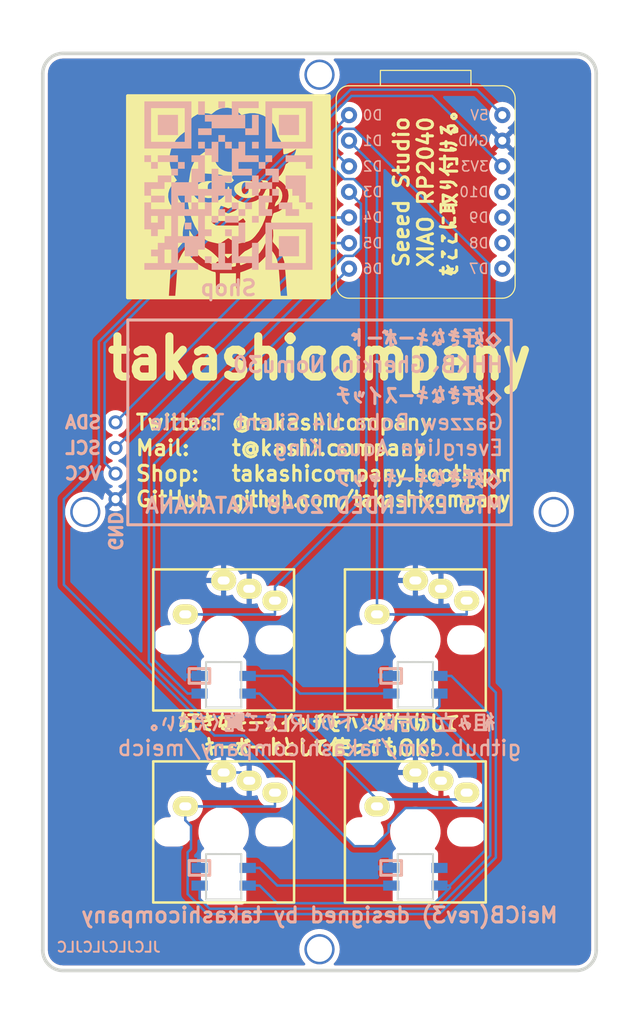
<source format=kicad_pcb>
(kicad_pcb (version 20211014) (generator pcbnew)
  (layers (0 "F.Cu" signal) (31 "B.Cu" signal) (34 "B.Paste" user) (35 "F.Paste" user) (36 "B.SilkS" user "B.Silkscreen") (37 "F.SilkS" user "F.Silkscreen") (38 "B.Mask" user) (39 "F.Mask" user) (44 "Edge.Cuts" user))
  (net 0 "")
  (net 1 "Net-(LED1-Pad2)")
  (net 2 "+5V")
  (net 3 "led")
  (net 4 "GND")
  (net 5 "Net-(LED2-Pad2)")
  (net 6 "Net-(LED3-Pad2)")
  (net 8 "SW1_IN")
  (net 10 "SW2_IN")
  (net 12 "SW3_IN")
  (net 14 "SW4_IN")
  (net 16 "SDA")
  (net 17 "SCL")
  (net 18 "+3V3")
  (footprint "takashicompany:CherryMX-MidHeight-Choc_TH_Biased" (layer "F.Cu") (at -9.525 12.7)
    (fp_text reference "SW1")
    (fp_text value "SW_Push" hide)
    (pad "" np_thru_hole circle (at 0 0 90) (size 4 4) (drill 4) (layers *.Cu *.Mask))
    (pad "" np_thru_hole oval (at -5.08 0) (size 2.85 1.9) (drill oval 2.85 1.9) (layers *.Cu *.Mask))
    (pad "" np_thru_hole oval (at 5.08 0 180) (size 2.85 1.9) (drill oval 2.85 1.9) (layers *.Cu *.Mask))
    (pad "1" thru_hole oval (at 5.1 -3.9 180) (size 2.5 2) (drill oval 1.2 0.8) (layers *.Cu "F.SilkS" "B.Mask") (net 8 "SW1_IN"))
    (pad "1" thru_hole oval (at -3.81 -2.54) (size 2.5 2) (drill oval 1.2 0.8) (layers *.Cu "F.SilkS" "B.Mask") (net 8 "SW1_IN"))
    (pad "2" thru_hole oval (at 2.54 -5.08) (size 2.5 2) (drill oval 1.2 0.8) (layers *.Cu "F.SilkS" "B.Mask") (net 4 "GND"))
    (pad "2" thru_hole oval (at 0 -5.9 180) (size 2.5 2) (drill oval 1.2 0.8) (layers *.Cu "F.SilkS" "B.Mask") (net 4 "GND"))
  )
  (footprint "takashicompany:CherryMX-MidHeight-Choc_TH_Biased" (layer "F.Cu") (at -9.525 31.75)
    (fp_text reference "SW3")
    (fp_text value "SW_Push" hide)
    (pad "" np_thru_hole oval (at -5.08 0) (size 2.85 1.9) (drill oval 2.85 1.9) (layers *.Cu *.Mask))
    (pad "" np_thru_hole circle (at 0 0 90) (size 4 4) (drill 4) (layers *.Cu *.Mask))
    (pad "" np_thru_hole oval (at 5.08 0 180) (size 2.85 1.9) (drill oval 2.85 1.9) (layers *.Cu *.Mask))
    (pad "1" thru_hole oval (at -3.81 -2.54) (size 2.5 2) (drill oval 1.2 0.8) (layers *.Cu "F.SilkS" "B.Mask") (net 12 "SW3_IN"))
    (pad "1" thru_hole oval (at 5.1 -3.9 180) (size 2.5 2) (drill oval 1.2 0.8) (layers *.Cu "F.SilkS" "B.Mask") (net 12 "SW3_IN"))
    (pad "2" thru_hole oval (at 0 -5.9 180) (size 2.5 2) (drill oval 1.2 0.8) (layers *.Cu "F.SilkS" "B.Mask") (net 4 "GND"))
    (pad "2" thru_hole oval (at 2.54 -5.08) (size 2.5 2) (drill oval 1.2 0.8) (layers *.Cu "F.SilkS" "B.Mask") (net 4 "GND"))
  )
  (footprint "takashicompany:SK6812MINI_bg" (layer "F.Cu") (at -9.525 36.195)
    (fp_text reference "LED3" hide)
    (fp_text value "SK6812MINI-E" hide)
    (fp_curve (pts (xy -1.75 -2.25) (xy -1.75 2.25) (xy -1.75 2.25) (xy -1.75 2.25)) (layer "Edge.Cuts") (width 0.2))
    (fp_curve (pts (xy -1.75 -2.25) (xy 1.75 -2.25) (xy 1.75 -2.25) (xy 1.75 -2.25)) (layer "Edge.Cuts") (width 0.2))
    (fp_curve (pts (xy 1.75 -2.25) (xy 1.75 2.25) (xy 1.75 2.25) (xy 1.75 2.25)) (layer "Edge.Cuts") (width 0.2))
    (fp_curve (pts (xy -1.75 2.25) (xy 1.75 2.25) (xy 1.75 2.25) (xy 1.75 2.25)) (layer "Edge.Cuts") (width 0.2))
    (pad "1" smd rect locked (at 2.4 0.875 180) (size 1.6 1) (layers "B.Cu" "B.Paste" "B.Mask") (net 2 "+5V"))
    (pad "2" smd rect locked (at 2.4 -0.875 180) (size 1.6 1) (layers "B.Cu" "B.Paste" "B.Mask") (net 6 "Net-(LED3-Pad2)"))
    (pad "3" smd rect locked (at -2.4 -0.875 180) (size 1.6 1) (layers "B.Cu" "B.Paste" "B.Mask") (net 4 "GND"))
    (pad "4" smd rect locked (at -2.4 0.875 180) (size 1.6 1) (layers "B.Cu" "B.Paste" "B.Mask") (net 5 "Net-(LED2-Pad2)"))
  )
  (footprint "kbd:OLED_v2" (layer "F.Cu") (at -20.27 -5.08 -90)
    (fp_text reference "OL1")
    (fp_text value "OLED" hide)
    (pad "1" thru_hole circle locked (at -3.81 0 270) (size 1.397 1.397) (drill 0.8128) (layers *.Cu *.Mask) (net 16 "SDA"))
    (pad "2" thru_hole circle locked (at -1.27 0 270) (size 1.397 1.397) (drill 0.8128) (layers *.Cu *.Mask) (net 17 "SCL"))
    (pad "3" thru_hole circle locked (at 1.27 0 270) (size 1.397 1.397) (drill 0.8128) (layers *.Cu *.Mask) (net 18 "+3V3"))
    (pad "4" thru_hole circle locked (at 3.81 0 270) (size 1.397 1.397) (drill 0.8128) (layers *.Cu *.Mask) (net 4 "GND"))
  )
  (footprint "others:icon" (layer "F.Cu") (at -9.05 -31.275)
    (fp_text reference "Icon" hide)
    (fp_text value "LOGO" hide)
  )
  (footprint "takashicompany:SK6812MINI_bg" (layer "F.Cu") (at 9.525 36.195)
    (fp_text reference "LED4" hide)
    (fp_text value "SK6812MINI-E" hide)
    (fp_curve (pts (xy 1.75 -2.25) (xy 1.75 2.25) (xy 1.75 2.25) (xy 1.75 2.25)) (layer "Edge.Cuts") (width 0.2))
    (fp_curve (pts (xy -1.75 2.25) (xy 1.75 2.25) (xy 1.75 2.25) (xy 1.75 2.25)) (layer "Edge.Cuts") (width 0.2))
    (fp_curve (pts (xy -1.75 -2.25) (xy 1.75 -2.25) (xy 1.75 -2.25) (xy 1.75 -2.25)) (layer "Edge.Cuts") (width 0.2))
    (fp_curve (pts (xy -1.75 -2.25) (xy -1.75 2.25) (xy -1.75 2.25) (xy -1.75 2.25)) (layer "Edge.Cuts") (width 0.2))
    (pad "1" smd rect locked (at 2.4 0.875 180) (size 1.6 1) (layers "B.Cu" "B.Paste" "B.Mask") (net 2 "+5V"))
    (pad "2" smd rect locked (at 2.4 -0.875 180) (size 1.6 1) (layers "B.Cu" "B.Paste" "B.Mask"))
    (pad "3" smd rect locked (at -2.4 -0.875 180) (size 1.6 1) (layers "B.Cu" "B.Paste" "B.Mask") (net 4 "GND"))
    (pad "4" smd rect locked (at -2.4 0.875 180) (size 1.6 1) (layers "B.Cu" "B.Paste" "B.Mask") (net 6 "Net-(LED3-Pad2)"))
  )
  (footprint "takashicompany:SK6812MINI_bg" (layer "F.Cu") (at 9.525 17.145)
    (fp_text reference "LED2" hide)
    (fp_text value "SK6812MINI-E" hide)
    (fp_curve (pts (xy -1.75 2.25) (xy 1.75 2.25) (xy 1.75 2.25) (xy 1.75 2.25)) (layer "Edge.Cuts") (width 0.2))
    (fp_curve (pts (xy -1.75 -2.25) (xy 1.75 -2.25) (xy 1.75 -2.25) (xy 1.75 -2.25)) (layer "Edge.Cuts") (width 0.2))
    (fp_curve (pts (xy -1.75 -2.25) (xy -1.75 2.25) (xy -1.75 2.25) (xy -1.75 2.25)) (layer "Edge.Cuts") (width 0.2))
    (fp_curve (pts (xy 1.75 -2.25) (xy 1.75 2.25) (xy 1.75 2.25) (xy 1.75 2.25)) (layer "Edge.Cuts") (width 0.2))
    (pad "1" smd rect locked (at 2.4 0.875 180) (size 1.6 1) (layers "B.Cu" "B.Paste" "B.Mask") (net 2 "+5V"))
    (pad "2" smd rect locked (at 2.4 -0.875 180) (size 1.6 1) (layers "B.Cu" "B.Paste" "B.Mask") (net 5 "Net-(LED2-Pad2)"))
    (pad "3" smd rect locked (at -2.4 -0.875 180) (size 1.6 1) (layers "B.Cu" "B.Paste" "B.Mask") (net 4 "GND"))
    (pad "4" smd rect locked (at -2.4 0.875 180) (size 1.6 1) (layers "B.Cu" "B.Paste" "B.Mask") (net 1 "Net-(LED1-Pad2)"))
  )
  (footprint "takashicompany:CherryMX-MidHeight-Choc_TH_Biased" (layer "F.Cu") (at 9.525 31.75)
    (fp_text reference "SW4")
    (fp_text value "SW_Push" hide)
    (pad "" np_thru_hole circle (at 0 0 90) (size 4 4) (drill 4) (layers *.Cu *.Mask))
    (pad "" np_thru_hole oval (at 5.08 0 180) (size 2.85 1.9) (drill oval 2.85 1.9) (layers *.Cu *.Mask))
    (pad "" np_thru_hole oval (at -5.08 0) (size 2.85 1.9) (drill oval 2.85 1.9) (layers *.Cu *.Mask))
    (pad "1" thru_hole oval (at 5.1 -3.9 180) (size 2.5 2) (drill oval 1.2 0.8) (layers *.Cu "F.SilkS" "B.Mask") (net 14 "SW4_IN"))
    (pad "1" thru_hole oval (at -3.81 -2.54) (size 2.5 2) (drill oval 1.2 0.8) (layers *.Cu "F.SilkS" "B.Mask") (net 14 "SW4_IN"))
    (pad "2" thru_hole oval (at 0 -5.9 180) (size 2.5 2) (drill oval 1.2 0.8) (layers *.Cu "F.SilkS" "B.Mask") (net 4 "GND"))
    (pad "2" thru_hole oval (at 2.54 -5.08) (size 2.5 2) (drill oval 1.2 0.8) (layers *.Cu "F.SilkS" "B.Mask") (net 4 "GND"))
  )
  (footprint "takashicompany:CherryMX-MidHeight-Choc_TH_Biased" (layer "F.Cu") (at 9.525 12.7)
    (fp_text reference "SW2")
    (fp_text value "SW_Push" hide)
    (pad "" np_thru_hole circle (at 0 0 90) (size 4 4) (drill 4) (layers *.Cu *.Mask))
    (pad "" np_thru_hole oval (at -5.08 0) (size 2.85 1.9) (drill oval 2.85 1.9) (layers *.Cu *.Mask))
    (pad "" np_thru_hole oval (at 5.08 0 180) (size 2.85 1.9) (drill oval 2.85 1.9) (layers *.Cu *.Mask))
    (pad "1" thru_hole oval (at -3.81 -2.54) (size 2.5 2) (drill oval 1.2 0.8) (layers *.Cu "F.SilkS" "B.Mask") (net 10 "SW2_IN"))
    (pad "1" thru_hole oval (at 5.1 -3.9 180) (size 2.5 2) (drill oval 1.2 0.8) (layers *.Cu "F.SilkS" "B.Mask") (net 10 "SW2_IN"))
    (pad "2" thru_hole oval (at 2.54 -5.08) (size 2.5 2) (drill oval 1.2 0.8) (layers *.Cu "F.SilkS" "B.Mask") (net 4 "GND"))
    (pad "2" thru_hole oval (at 0 -5.9 180) (size 2.5 2) (drill oval 1.2 0.8) (layers *.Cu "F.SilkS" "B.Mask") (net 4 "GND"))
  )
  (footprint "seeed-xiao-rp2040:XIAO-RP2040-inside-only" (layer "F.Cu") (at 10.55 -31.75)
    (fp_text reference "M1" hide)
    (fp_text value "XIAO-RP2040" hide)
    (fp_text user "D3" (at -6.35 0 unlocked) (layer "B.SilkS") (effects (justify right mirror)))
    (fp_text user "D4" (at -6.35 2.54 unlocked) (layer "B.SilkS") (effects (justify right mirror)))
    (fp_text user "D7" (at 6.35 7.62 unlocked) (layer "B.SilkS") (effects (justify left mirror)))
    (fp_text user "5V" (at 6.35 -7.62 unlocked) (layer "B.SilkS") (effects (justify left mirror)))
    (fp_text user "GND" (at 6.35 -5.08 unlocked) (layer "B.SilkS") (effects (justify left mirror)))
    (fp_text user "D9" (at 6.35 2.54 unlocked) (layer "B.SilkS") (effects (justify left mirror)))
    (fp_text user "D8" (at 6.35 5.08 unlocked) (layer "B.SilkS") (effects (justify left mirror)))
    (fp_text user "D5" (at -6.35 5.08 unlocked) (layer "B.SilkS") (effects (justify right mirror)))
    (fp_text user "D2" (at -6.35 -2.54 unlocked) (layer "B.SilkS") (effects (justify right mirror)))
    (fp_text user "D10" (at 6.35 0 unlocked) (layer "B.SilkS") (effects (justify left mirror)))
    (fp_text user "D1" (at -6.35 -5.08 unlocked) (layer "B.SilkS") (effects (justify right mirror)))
    (fp_text user "3V3" (at 6.35 -2.54 unlocked) (layer "B.SilkS") (effects (justify left mirror)))
    (fp_text user "D0" (at -6.35 -7.62 unlocked) (layer "B.SilkS") (effects (justify right mirror)))
    (fp_text user "D6" (at -6.35 7.62 unlocked) (layer "B.SilkS") (effects (justify right mirror)))
    (pad "1" thru_hole circle (at -7.6175 -7.63) (size 1.6 1.6) (drill 0.8) (layers *.Cu *.Mask) (net 8 "SW1_IN"))
    (pad "2" thru_hole circle (at -7.6175 -5.09) (size 1.6 1.6) (drill 0.8) (layers *.Cu *.Mask) (net 10 "SW2_IN"))
    (pad "3" thru_hole circle (at -7.6175 -2.55) (size 1.6 1.6) (drill 0.8) (layers *.Cu *.Mask) (net 12 "SW3_IN"))
    (pad "4" thru_hole circle (at -7.6175 -0.01) (size 1.6 1.6) (drill 0.8) (layers *.Cu *.Mask) (net 14 "SW4_IN"))
    (pad "5" thru_hole circle (at -7.6175 2.53) (size 1.6 1.6) (drill 0.8) (layers *.Cu *.Mask) (net 16 "SDA"))
    (pad "6" thru_hole circle (at -7.6175 5.07) (size 1.6 1.6) (drill 0.8) (layers *.Cu *.Mask) (net 17 "SCL"))
    (pad "7" thru_hole circle (at -7.6175 7.61) (size 1.6 1.6) (drill 0.8) (layers *.Cu *.Mask) (net 3 "led"))
    (pad "8" thru_hole circle (at 7.6175 7.61) (size 1.6 1.6) (drill 0.8) (layers *.Cu *.Mask))
    (pad "9" thru_hole circle (at 7.6175 5.07) (size 1.6 1.6) (drill 0.8) (layers *.Cu *.Mask))
    (pad "10" thru_hole circle (at 7.6175 2.53) (size 1.6 1.6) (drill 0.8) (layers *.Cu *.Mask))
    (pad "11" thru_hole circle (at 7.6175 -0.01) (size 1.6 1.6) (drill 0.8) (layers *.Cu *.Mask))
    (pad "12" thru_hole circle (at 7.6175 -2.55) (size 1.6 1.6) (drill 0.8) (layers *.Cu *.Mask) (net 18 "+3V3"))
    (pad "13" thru_hole circle (at 7.6175 -5.09) (size 1.6 1.6) (drill 0.8) (layers *.Cu *.Mask) (net 4 "GND"))
    (pad "14" thru_hole circle (at 7.6175 -7.63) (size 1.6 1.6) (drill 0.8) (layers *.Cu *.Mask) (net 2 "+5V"))
  )
  (footprint "takashicompany:SK6812MINI_bg" (layer "F.Cu") (at -9.525 17.145)
    (fp_text reference "LED1" hide)
    (fp_text value "SK6812MINI-E" hide)
    (fp_curve (pts (xy -1.75 2.25) (xy 1.75 2.25) (xy 1.75 2.25) (xy 1.75 2.25)) (layer "Edge.Cuts") (width 0.2))
    (fp_curve (pts (xy 1.75 -2.25) (xy 1.75 2.25) (xy 1.75 2.25) (xy 1.75 2.25)) (layer "Edge.Cuts") (width 0.2))
    (fp_curve (pts (xy -1.75 -2.25) (xy -1.75 2.25) (xy -1.75 2.25) (xy -1.75 2.25)) (layer "Edge.Cuts") (width 0.2))
    (fp_curve (pts (xy -1.75 -2.25) (xy 1.75 -2.25) (xy 1.75 -2.25) (xy 1.75 -2.25)) (layer "Edge.Cuts") (width 0.2))
    (pad "1" smd rect locked (at 2.4 0.875 180) (size 1.6 1) (layers "B.Cu" "B.Paste" "B.Mask") (net 2 "+5V"))
    (pad "2" smd rect locked (at 2.4 -0.875 180) (size 1.6 1) (layers "B.Cu" "B.Paste" "B.Mask") (net 1 "Net-(LED1-Pad2)"))
    (pad "3" smd rect locked (at -2.4 -0.875 180) (size 1.6 1) (layers "B.Cu" "B.Paste" "B.Mask") (net 4 "GND"))
    (pad "4" smd rect locked (at -2.4 0.875 180) (size 1.6 1) (layers "B.Cu" "B.Paste" "B.Mask") (net 3 "led"))
  )
  (footprint "others:booth_qr" (layer "B.Cu") (at -9.05 -32.385 180)
    (fp_text reference "G***" hide)
    (fp_text value "LOGO" hide)
  )
  (gr_line (start 19.05 -19.05) (end -19.05 -19.05) (layer "B.SilkS") (width 0.3))
  (gr_line (start 19.05 1.27) (end 19.05 -19.05) (layer "B.SilkS") (width 0.3))
  (gr_line (start -19.05 1.27) (end 19.05 1.27) (layer "B.SilkS") (width 0.3))
  (gr_line (start -19.05 -19.05) (end -19.05 1.27) (layer "B.SilkS") (width 0.3))
  (gr_line (start -19.05 -41.275) (end 0.95 -41.275) (layer "F.SilkS") (width 0.35))
  (gr_line (start 0.95 -41.275) (end 0.95 -21.275) (layer "F.SilkS") (width 0.35))
  (gr_line (start 0.95 -21.275) (end -19.05 -21.275) (layer "F.SilkS") (width 0.35))
  (gr_line (start -19.05 -21.275) (end -19.05 -41.275) (layer "F.SilkS") (width 0.35))
  (gr_curve (pts (xy 27.5 43.5) (xy 27.5 44.604569) (xy 26.604569 45.5) (xy 25.5 45.5)) (layer "Edge.Cuts") (width 0.35))
  (gr_curve (pts (xy -27.5 -43.5) (xy -27.5 -44.604569) (xy -26.604569 -45.5) (xy -25.5 -45.5)) (layer "Edge.Cuts") (width 0.35))
  (gr_curve (pts (xy -27.5 43.5) (xy -27.5 43.5) (xy -27.5 -43.5) (xy -27.5 -43.5)) (layer "Edge.Cuts") (width 0.35))
  (gr_curve (pts (xy -25.5 45.5) (xy -26.604569 45.5) (xy -27.5 44.604569) (xy -27.5 43.5)) (layer "Edge.Cuts") (width 0.35))
  (gr_curve (pts (xy 27.5 -43.5) (xy 27.5 -43.5) (xy 27.5 43.5) (xy 27.5 43.5)) (layer "Edge.Cuts") (width 0.35))
  (gr_curve (pts (xy 25.5 45.5) (xy 25.5 45.5) (xy -25.5 45.5) (xy -25.5 45.5)) (layer "Edge.Cuts") (width 0.35))
  (gr_curve (pts (xy -25.5 -45.5) (xy -25.5 -45.5) (xy 25.5 -45.5) (xy 25.5 -45.5)) (layer "Edge.Cuts") (width 0.35))
  (gr_curve (pts (xy 25.5 -45.5) (xy 26.604569 -45.5) (xy 27.5 -44.604569) (xy 27.5 -43.5)) (layer "Edge.Cuts") (width 0.35))
  (gr_text "◇好きなキーキャップ" (at 18.415 -3.175) (layer "B.SilkS") (effects (font (size 1.5 1.5) (thickness 0.3)) (justify left mirror)))
  (gr_text "組み立て方は以下のURLをご覧ください。\ngithub.com/takashicompany/meicb" (at 0 22.225) (layer "B.SilkS") (effects (font (size 1.5 1.5) (thickness 0.25)) (justify mirror)))
  (gr_text "GND" (at -20.32 1.905 270) (layer "B.SilkS") (effects (font (size 1.25 1.25) (thickness 0.3)) (justify mirror)))
  (gr_text "SDA" (at -23.495 -8.89) (layer "B.SilkS") (effects (font (size 1.25 1.25) (thickness 0.3)) (justify mirror)))
  (gr_text "SCL" (at -23.495 -6.35) (layer "B.SilkS") (effects (font (size 1.25 1.25) (thickness 0.3)) (justify mirror)))
  (gr_text "◇好きなキースイッチ" (at 18.415 -11.43) (layer "B.SilkS") (effects (font (size 1.5 1.5) (thickness 0.3)) (justify left mirror)))
  (gr_text "JLCJLCJLCJLC" (at -20.955 43.18) (layer "B.SilkS") (effects (font (size 1 1) (thickness 0.2)) (justify mirror)))
  (gr_text "MT3 EXTENDED 2048 KATAKANA" (at 18.415 -0.635) (layer "B.SilkS") (effects (font (size 1.5 1.5) (thickness 0.3)) (justify left mirror)))
  (gr_text "Shop" (at -9.05 -22.225) (layer "B.SilkS") (effects (font (size 1.5 1.5) (thickness 0.3)) (justify mirror)))
  (gr_text "Everglide Aqua King" (at 18.415 -6.35) (layer "B.SilkS") (effects (font (size 1.5 1.5) (thickness 0.25)) (justify left mirror)))
  (gr_text "HHKB、Gherkin、Nomu30" (at 18.415 -14.605) (layer "B.SilkS") (effects (font (size 1.5 1.5) (thickness 0.3)) (justify left mirror)))
  (gr_text "MeiCB(rev3) designed by takashicompany" (at 0 40.005) (layer "B.SilkS") (effects (font (size 1.5 1.5) (thickness 0.3)) (justify mirror)))
  (gr_text "Gazzew Boba U4 Silent Tactile" (at 18.415 -8.89) (layer "B.SilkS") (effects (font (size 1.5 1.5) (thickness 0.25)) (justify left mirror)))
  (gr_text "VCC" (at -23.495 -3.81) (layer "B.SilkS") (effects (font (size 1.25 1.25) (thickness 0.3)) (justify mirror)))
  (gr_text "◇好きなキーボード\n" (at 18.415 -17.145) (layer "B.SilkS") (effects (font (size 1.5 1.5) (thickness 0.3)) (justify left mirror)))
  (gr_text "Mail:" (at -18.415 -6.35) (layer "F.SilkS") (effects (font (size 1.5 1.5) (thickness 0.3)) (justify left)))
  (gr_text "github.com/takashicompany" (at -8.89 -1.27) (layer "F.SilkS") (effects (font (size 1.5 1.3) (thickness 0.3)) (justify left)))
  (gr_text "@takashicompany" (at -8.89 -8.89) (layer "F.SilkS") (effects (font (size 1.5 1.5) (thickness 0.3)) (justify left)))
  (gr_text "Seeed Studio\nXIAO RP2040\nをここに取り付ける。" (at 10.55 -31.75 90) (layer "F.SilkS") (effects (font (size 1.5 1.5) (thickness 0.3))))
  (gr_text "takashicompany\n" (at 0 -15.24) (layer "F.SilkS") (effects (font (size 4 3.5) (thickness 0.8))))
  (gr_text "GitHub" (at -18.415 -1.27) (layer "F.SilkS") (effects (font (size 1.5 1.5) (thickness 0.3)) (justify left)))
  (gr_text "takashicompany.booth.pm" (at -8.89 -3.81) (layer "F.SilkS") (effects (font (size 1.5 1.45) (thickness 0.3)) (justify left)))
  (gr_text "Twitter:" (at -18.415 -8.89) (layer "F.SilkS") (effects (font (size 1.5 1.5) (thickness 0.3)) (justify left)))
  (gr_text "Shop:" (at -18.415 -3.81) (layer "F.SilkS") (effects (font (size 1.5 1.5) (thickness 0.3)) (justify left)))
  (gr_text "t@kashi.company" (at -8.89 -6.35) (layer "F.SilkS") (effects (font (size 1.5 1.5) (thickness 0.3)) (justify left)))
  (gr_text "好きなキースイッチをハンダ付けして\nキーボードとして使ってもOK!" (at 0 22.225) (layer "F.SilkS") (effects (font (size 1.5 1.5) (thickness 0.3))))
  (via (at 0 43.387) (size 3) (drill 2.5) (layers "F.Cu" "B.Cu") (net 0))
  (via (at -23.275 0) (size 3) (drill 2.5) (layers "F.Cu" "B.Cu") (net 0))
  (via (at 23.275 0) (size 3) (drill 2.5) (layers "F.Cu" "B.Cu") (net 0))
  (via (at 0 -43.387) (size 3) (drill 2.5) (layers "F.Cu" "B.Cu") (net 0))
  (segment (start -7.125 16.27) (end -3.675 16.27) (width 0.25) (layer "B.Cu") (net 1))
  (segment (start -3.675 16.27) (end -1.925 18.02) (width 0.25) (layer "B.Cu") (net 1))
  (segment (start -1.925 18.02) (end 7.125 18.02) (width 0.25) (layer "B.Cu") (net 1))
  (segment (start -25.4 -1.27) (end -21.9288 -4.7412) (width 0.25) (layer "B.Cu") (net 2))
  (segment (start 6.8746 31.0411) (end 6.8746 31.7344) (width 0.25) (layer "B.Cu") (net 2))
  (segment (start 11.4001 19.8084) (end -4.1613 19.8084) (width 0.25) (layer "B.Cu") (net 2))
  (segment (start 12.9636 37.2927) (end 11.4359 38.8204) (width 0.25) (layer "B.Cu") (net 2))
  (segment (start -10.4335 22.1836) (end -25.4 7.2171) (width 0.25) (layer "B.Cu") (net 2))
  (segment (start 16.4338 33.5998) (end 16.4338 29.5319) (width 0.25) (layer "B.Cu") (net 2))
  (segment (start 3.4705 33.1627) (end -7.5086 22.1836) (width 0.25) (layer "B.Cu") (net 2))
  (segment (start 11.925 18.02) (end 11.925 19.2835) (width 0.25) (layer "B.Cu") (net 2))
  (segment (start -21.9288 -16.8949) (end 3.0863 -41.91) (width 0.25) (layer "B.Cu") (net 2))
  (segment (start 5.4463 33.1627) (end 3.4705 33.1627) (width 0.25) (layer "B.Cu") (net 2))
  (segment (start 16.2765 29.3746) (end 16.2765 24.6848) (width 0.25) (layer "B.Cu") (net 2))
  (segment (start -4.1613 19.8084) (end -5.9497 18.02) (width 0.25) (layer "B.Cu") (net 2))
  (segment (start -21.9288 -4.7412) (end -21.9288 -16.8949) (width 0.25) (layer "B.Cu") (net 2))
  (segment (start -25.4 7.2171) (end -25.4 -1.27) (width 0.25) (layer "B.Cu") (net 2))
  (segment (start 12.9636 37.07) (end 12.9636 37.2927) (width 0.25) (layer "B.Cu") (net 2))
  (segment (start 16.2765 29.3746) (end 8.5411 29.3746) (width 0.25) (layer "B.Cu") (net 2))
  (segment (start 16.4338 29.5319) (end 16.2765 29.3746) (width 0.25) (layer "B.Cu") (net 2))
  (segment (start -4.1993 38.8204) (end -5.9497 37.07) (width 0.25) (layer "B.Cu") (net 2))
  (segment (start 11.4359 38.8204) (end -4.1993 38.8204) (width 0.25) (layer "B.Cu") (net 2))
  (segment (start 11.925 19.2835) (end 11.4001 19.8084) (width 0.25) (layer "B.Cu") (net 2))
  (segment (start 8.5411 29.3746) (end 6.8746 31.0411) (width 0.25) (layer "B.Cu") (net 2))
  (segment (start 15.6375 -41.91) (end 18.1675 -39.38) (width 0.25) (layer "B.Cu") (net 2))
  (segment (start -7.5086 22.1836) (end -10.4335 22.1836) (width 0.25) (layer "B.Cu") (net 2))
  (segment (start 3.0863 -41.91) (end 15.6375 -41.91) (width 0.25) (layer "B.Cu") (net 2))
  (segment (start -7.125 18.02) (end -5.9497 18.02) (width 0.25) (layer "B.Cu") (net 2))
  (segment (start 16.2765 24.6848) (end 11.4001 19.8084) (width 0.25) (layer "B.Cu") (net 2))
  (segment (start 11.925 37.07) (end 12.9636 37.07) (width 0.25) (layer "B.Cu") (net 2))
  (segment (start -7.125 37.07) (end -5.9497 37.07) (width 0.25) (layer "B.Cu") (net 2))
  (segment (start 6.8746 31.7344) (end 5.4463 33.1627) (width 0.25) (layer "B.Cu") (net 2))
  (segment (start 12.9636 37.07) (end 16.4338 33.5998) (width 0.25) (layer "B.Cu") (net 2))
  (segment (start -16.439 -4.7685) (end 2.9325 -24.14) (width 0.25) (layer "B.Cu") (net 3))
  (segment (start -13.1003 18.02) (end -16.439 14.6813) (width 0.25) (layer "B.Cu") (net 3))
  (segment (start -16.439 14.6813) (end -16.439 -4.7685) (width 0.25) (layer "B.Cu") (net 3))
  (segment (start -11.925 18.02) (end -13.1003 18.02) (width 0.25) (layer "B.Cu") (net 3))
  (segment (start -9.525 25.85) (end -7.805 25.85) (width 0.25) (layer "B.Cu") (net 4))
  (segment (start -7.805 25.85) (end -6.985 26.67) (width 0.25) (layer "B.Cu") (net 4))
  (segment (start 16.9709 20.1406) (end 16.9709 34.084) (width 0.25) (layer "B.Cu") (net 5))
  (segment (start 11.925 16.27) (end 13.1003 16.27) (width 0.25) (layer "B.Cu") (net 5))
  (segment (start 11.6829 39.372) (end -10.9189 39.372) (width 0.25) (layer "B.Cu") (net 5))
  (segment (start 16.9709 34.084) (end 11.6829 39.372) (width 0.25) (layer "B.Cu") (net 5))
  (segment (start -10.9189 39.372) (end -11.925 38.3659) (width 0.25) (layer "B.Cu") (net 5))
  (segment (start -11.925 38.3659) (end -11.925 37.07) (width 0.25) (layer "B.Cu") (net 5))
  (segment (start 13.1003 16.27) (end 16.9709 20.1406) (width 0.25) (layer "B.Cu") (net 5))
  (segment (start -7.125 35.32) (end -5.9497 35.32) (width 0.25) (layer "B.Cu") (net 6))
  (segment (start 7.125 37.07) (end -4.1997 37.07) (width 0.25) (layer "B.Cu") (net 6))
  (segment (start -4.1997 37.07) (end -5.9497 35.32) (width 0.25) (layer "B.Cu") (net 6))
  (segment (start -4.425 10.1753) (end -11.6944 10.1753) (width 0.25) (layer "B.Cu") (net 8))
  (segment (start -13.335 10.16) (end -11.7097 10.16) (width 0.25) (layer "B.Cu") (net 8))
  (segment (start 2.4822 -33.03) (end 3.4105 -33.03) (width 0.25) (layer "B.Cu") (net 8))
  (segment (start 2.9325 -39.38) (end 1.2216 -37.6691) (width 0.25) (layer "B.Cu") (net 8))
  (segment (start 4.6511 -31.7894) (end 4.6511 -1.6514) (width 0.25) (layer "B.Cu") (net 8))
  (segment (start 4.6511 -1.6514) (end -4.425 7.4247) (width 0.25) (layer "B.Cu") (net 8))
  (segment (start -4.425 8.8) (end -4.425 7.4247) (width 0.25) (layer "B.Cu") (net 8))
  (segment (start -4.425 8.8) (end -4.425 10.1753) (width 0.25) (layer "B.Cu") (net 8))
  (segment (start -11.6944 10.1753) (end -11.7097 10.16) (width 0.25) (layer "B.Cu") (net 8))
  (segment (start 1.2216 -34.2906) (end 2.4822 -33.03) (width 0.25) (layer "B.Cu") (net 8))
  (segment (start 1.2216 -37.6691) (end 1.2216 -34.2906) (width 0.25) (layer "B.Cu") (net 8))
  (segment (start 3.4105 -33.03) (end 4.6511 -31.7894) (width 0.25) (layer "B.Cu") (net 8))
  (segment (start 14.625 10.1753) (end 7.3556 10.1753) (width 0.25) (layer "B.Cu") (net 10))
  (segment (start 7.3556 10.1753) (end 7.3403 10.16) (width 0.25) (layer "B.Cu") (net 10))
  (segment (start 14.625 8.8) (end 14.625 10.1753) (width 0.25) (layer "B.Cu") (net 10))
  (segment (start 5.715 10.16) (end 7.3403 10.16) (width 0.25) (layer "B.Cu") (net 10))
  (segment (start 2.9325 -36.84) (end 5.715 -34.0575) (width 0.25) (layer "B.Cu") (net 10))
  (segment (start 5.715 -34.0575) (end 5.715 10.16) (width 0.25) (layer "B.Cu") (net 10))
  (segment (start -13.1004 37.9135) (end -13.1004 33.7665) (width 0.25) (layer "B.Cu") (net 12))
  (segment (start -12.7689 31.1514) (end -13.335 30.5853) (width 0.25) (layer "B.Cu") (net 12))
  (segment (start 2.9325 -34.3) (end 1.7307 -35.5018) (width 0.25) (layer "B.Cu") (net 12))
  (segment (start -11.1169 39.897) (end -13.1004 37.9135) (width 0.25) (layer "B.Cu") (net 12))
  (segment (start 2.3842 -38.0166) (end 3.4443 -38.0166) (width 0.25) (layer "B.Cu") (net 12))
  (segment (start 11.9113 39.897) (end -11.1169 39.897) (width 0.25) (layer "B.Cu") (net 12))
  (segment (start 17.5236 34.2847) (end 11.9113 39.897) (width 0.25) (layer "B.Cu") (net 12))
  (segment (start -4.425 29.2253) (end -11.6944 29.2253) (width 0.25) (layer "B.Cu") (net 12))
  (segment (start 16.8651 17.2601) (end 17.5236 17.9186) (width 0.25) (layer "B.Cu") (net 12))
  (segment (start -13.335 29.21) (end -11.7097 29.21) (width 0.25) (layer "B.Cu") (net 12))
  (segment (start -13.335 29.21) (end -13.335 30.5853) (width 0.25) (layer "B.Cu") (net 12))
  (segment (start -13.1004 33.7665) (end -12.7689 33.435) (width 0.25) (layer "B.Cu") (net 12))
  (segment (start 1.7307 -37.3631) (end 2.3842 -38.0166) (width 0.25) (layer "B.Cu") (net 12))
  (segment (start 16.8651 -24.5958) (end 16.8651 17.2601) (width 0.25) (layer "B.Cu") (net 12))
  (segment (start -4.425 27.85) (end -4.425 29.2253) (width 0.25) (layer "B.Cu") (net 12))
  (segment (start 1.7307 -35.5018) (end 1.7307 -37.3631) (width 0.25) (layer "B.Cu") (net 12))
  (segment (start -12.7689 33.435) (end -12.7689 31.1514) (width 0.25) (layer "B.Cu") (net 12))
  (segment (start 17.5236 17.9186) (end 17.5236 34.2847) (width 0.25) (layer "B.Cu") (net 12))
  (segment (start -11.6944 29.2253) (end -11.7097 29.21) (width 0.25) (layer "B.Cu") (net 12))
  (segment (start 3.4443 -38.0166) (end 16.8651 -24.5958) (width 0.25) (layer "B.Cu") (net 12))
  (segment (start 5.715 28.5223) (end 13.9527 28.5223) (width 0.25) (layer "B.Cu") (net 14))
  (segment (start 4.1157 -30.5768) (end 4.1157 -26.1912) (width 0.25) (layer "B.Cu") (net 14))
  (segment (start 2.5108 -25.41) (end -16.9547 -5.9445) (width 0.25) (layer "B.Cu") (net 14))
  (segment (start -16.9547 14.9352) (end -11.5811 20.3088) (width 0.25) (layer "B.Cu") (net 14))
  (segment (start -2.4985 20.3088) (end 5.715 28.5223) (width 0.25) (layer "B.Cu") (net 14))
  (segment (start 3.3345 -25.41) (end 2.5108 -25.41) (width 0.25) (layer "B.Cu") (net 14))
  (segment (start 5.715 29.21) (end 5.715 28.5223) (width 0.25) (layer "B.Cu") (net 14))
  (segment (start -11.5811 20.3088) (end -2.4985 20.3088) (width 0.25) (layer "B.Cu") (net 14))
  (segment (start 2.9325 -31.76) (end 4.1157 -30.5768) (width 0.25) (layer "B.Cu") (net 14))
  (segment (start 4.1157 -26.1912) (end 3.3345 -25.41) (width 0.25) (layer "B.Cu") (net 14))
  (segment (start -16.9547 -5.9445) (end -16.9547 14.9352) (width 0.25) (layer "B.Cu") (net 14))
  (segment (start 13.9527 28.5223) (end 14.625 27.85) (width 0.25) (layer "B.Cu") (net 14))
  (segment (start 0.06 -29.22) (end -20.27 -8.89) (width 0.25) (layer "B.Cu") (net 16))
  (segment (start 2.9325 -29.22) (end 0.06 -29.22) (width 0.25) (layer "B.Cu") (net 16))
  (segment (start 2.9325 -26.68) (end 0.06 -26.68) (width 0.25) (layer "B.Cu") (net 17))
  (segment (start 0.06 -26.68) (end -20.27 -6.35) (width 0.25) (layer "B.Cu") (net 17))
  (segment (start 3.175 -41.275) (end 11.1925 -41.275) (width 0.25) (layer "B.Cu") (net 18))
  (segment (start -21.356 -16.76) (end 1.6779 -39.7939) (width 0.25) (layer "B.Cu") (net 18))
  (segment (start -21.356 -4.896) (end -21.356 -16.76) (width 0.25) (layer "B.Cu") (net 18))
  (segment (start 1.6779 -39.7939) (end 1.6939 -39.7939) (width 0.25) (layer "B.Cu") (net 18))
  (segment (start 11.1925 -41.275) (end 18.1675 -34.3) (width 0.25) (layer "B.Cu") (net 18))
  (segment (start -20.27 -3.81) (end -21.356 -4.896) (width 0.25) (layer "B.Cu") (net 18))
  (segment (start 1.6939 -39.7939) (end 3.175 -41.275) (width 0.25) (layer "B.Cu") (net 18))
  (zone (net 4) (net_name "GND") (layer "F.Cu") (connect_pads (clearance 0.508)) (min_thickness 0.254) (fill yes (thermal_gap 0.508) (thermal_bridge_width 0.508))
    (polygon (pts (xy 31.75 50.8) (xy -31.75 50.8) (xy -31.75 -50.8) (xy 31.75 -50.8)))
  )
  (zone (net 4) (net_name "GND") (layer "B.Cu") (connect_pads (clearance 0.508)) (min_thickness 0.254) (fill yes (thermal_gap 0.508) (thermal_bridge_width 0.508))
    (polygon (pts (xy 31.75 50.8) (xy -31.75 50.8) (xy -31.75 -50.8) (xy 31.75 -50.8)))
  )
)
</source>
